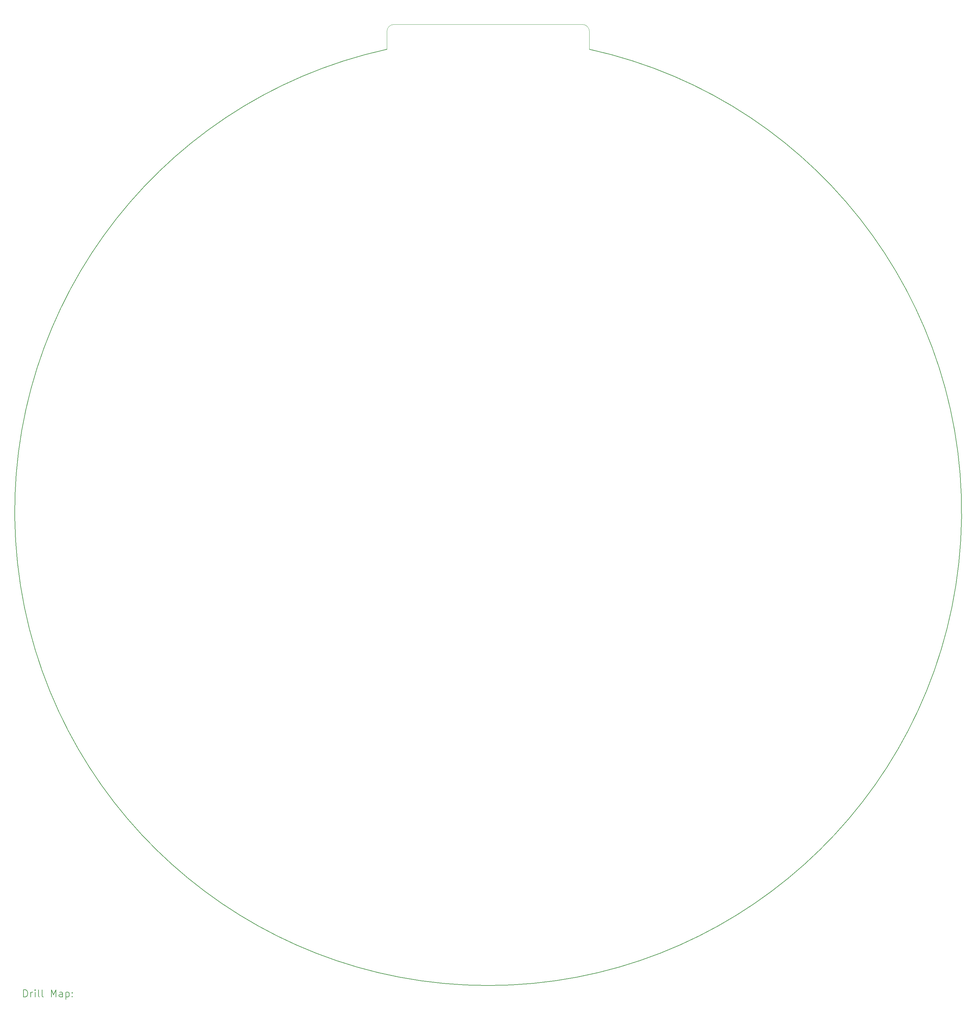
<source format=gbr>
%FSLAX45Y45*%
G04 Gerber Fmt 4.5, Leading zero omitted, Abs format (unit mm)*
G04 Created by KiCad (PCBNEW (6.0.6)) date 2022-07-13 04:46:22*
%MOMM*%
%LPD*%
G01*
G04 APERTURE LIST*
%TA.AperFunction,Profile*%
%ADD10C,0.100000*%
%TD*%
%TA.AperFunction,Profile*%
%ADD11C,0.200000*%
%TD*%
%ADD12C,0.200000*%
G04 APERTURE END LIST*
D10*
X10200000Y1000000D02*
G75*
G03*
X10000000Y800000I0J-200000D01*
G01*
X15700000Y800000D02*
X15700000Y300000D01*
D11*
X10000000Y300000D02*
G75*
G03*
X15700000Y300000I2850000J-13016695D01*
G01*
D10*
X15700000Y800000D02*
G75*
G03*
X15500000Y1000000I-200000J0D01*
G01*
X10000000Y300000D02*
X10000000Y800000D01*
X10200000Y1000000D02*
X15500000Y1000000D01*
D12*
X-227427Y-26362217D02*
X-227427Y-26162217D01*
X-179808Y-26162217D01*
X-151236Y-26171741D01*
X-132189Y-26190789D01*
X-122665Y-26209836D01*
X-113141Y-26247931D01*
X-113141Y-26276503D01*
X-122665Y-26314598D01*
X-132189Y-26333646D01*
X-151236Y-26352693D01*
X-179808Y-26362217D01*
X-227427Y-26362217D01*
X-27427Y-26362217D02*
X-27427Y-26228884D01*
X-27427Y-26266979D02*
X-17903Y-26247931D01*
X-8379Y-26238408D01*
X10668Y-26228884D01*
X29716Y-26228884D01*
X96382Y-26362217D02*
X96382Y-26228884D01*
X96382Y-26162217D02*
X86859Y-26171741D01*
X96382Y-26181265D01*
X105906Y-26171741D01*
X96382Y-26162217D01*
X96382Y-26181265D01*
X220192Y-26362217D02*
X201144Y-26352693D01*
X191621Y-26333646D01*
X191621Y-26162217D01*
X324954Y-26362217D02*
X305906Y-26352693D01*
X296383Y-26333646D01*
X296383Y-26162217D01*
X553525Y-26362217D02*
X553525Y-26162217D01*
X620192Y-26305074D01*
X686859Y-26162217D01*
X686859Y-26362217D01*
X867811Y-26362217D02*
X867811Y-26257455D01*
X858287Y-26238408D01*
X839240Y-26228884D01*
X801144Y-26228884D01*
X782097Y-26238408D01*
X867811Y-26352693D02*
X848763Y-26362217D01*
X801144Y-26362217D01*
X782097Y-26352693D01*
X772573Y-26333646D01*
X772573Y-26314598D01*
X782097Y-26295551D01*
X801144Y-26286027D01*
X848763Y-26286027D01*
X867811Y-26276503D01*
X963049Y-26228884D02*
X963049Y-26428884D01*
X963049Y-26238408D02*
X982097Y-26228884D01*
X1020192Y-26228884D01*
X1039240Y-26238408D01*
X1048764Y-26247931D01*
X1058287Y-26266979D01*
X1058287Y-26324122D01*
X1048764Y-26343170D01*
X1039240Y-26352693D01*
X1020192Y-26362217D01*
X982097Y-26362217D01*
X963049Y-26352693D01*
X1144002Y-26343170D02*
X1153525Y-26352693D01*
X1144002Y-26362217D01*
X1134478Y-26352693D01*
X1144002Y-26343170D01*
X1144002Y-26362217D01*
X1144002Y-26238408D02*
X1153525Y-26247931D01*
X1144002Y-26257455D01*
X1134478Y-26247931D01*
X1144002Y-26238408D01*
X1144002Y-26257455D01*
M02*

</source>
